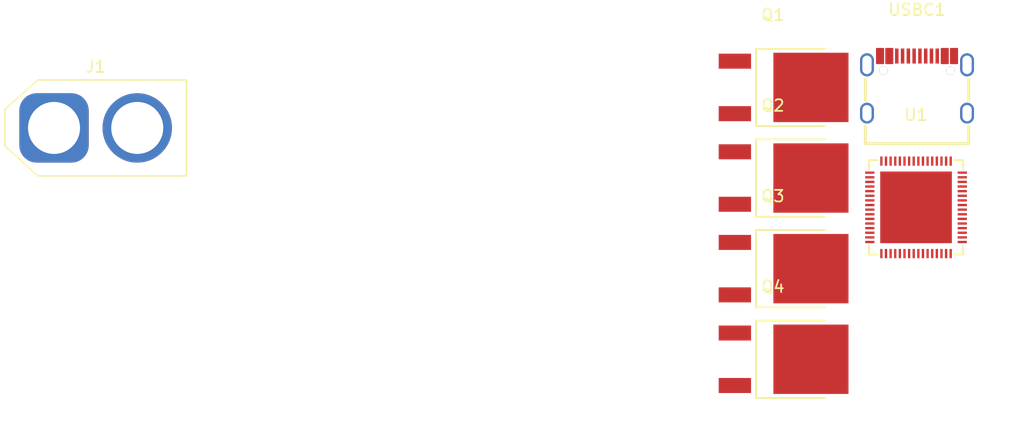
<source format=kicad_pcb>
(kicad_pcb (version 20241229) (generator "pcbnew") (generator_version "9.0")
  (layers (0 "F.Cu" signal) (2 "B.Cu" signal) (13 "F.Paste" user) (15 "B.Paste" user) (5 "F.SilkS" user "F.Silkscreen") (7 "B.SilkS" user "B.Silkscreen") (1 "F.Mask" user) (3 "B.Mask" user) (25 "Edge.Cuts" user))
  (net 0 "")
  (net 1 "BATT_-")
  (net 2 "BATT_+")
  (footprint "EasyEDA:TO-252-2_L6.6-W6.1-P4.57-LS9.9-TL-CW" (layer "F.Cu") (at 243.935 136.625)
    (property "Reference" "Q2" (at 0 -6.27 0) (layer "F.SilkS"))
    (property "Value" "NCE3080K")
    (fp_line (start -1.46 -3.34) (end -1.46 3.35) (stroke (width 0.15)) (layer "F.SilkS"))
    (fp_line (start 4.51 -3.34) (end -1.46 -3.34) (stroke (width 0.15)) (layer "F.SilkS"))
    (fp_line (start 4.51 3.35) (end -1.46 3.35) (stroke (width 0.15)) (layer "F.SilkS"))
    (pad "1" smd rect (at -3.29 -2.27) (size 2.8 1.3) (layers "F.Cu" "F.Mask" "F.Paste"))
    (pad "2" smd rect (at 3.29 0) (size 6.5 6) (layers "F.Cu" "F.Mask" "F.Paste"))
    (pad "3" smd rect (at -3.29 2.27) (size 2.8 1.3) (layers "F.Cu" "F.Mask" "F.Paste"))
  )
  (footprint "EasyEDA:USB-C_SMD-TYPE-C-31-M-12_1" (layer "F.Cu") (at 256.405 128.54)
    (property "Reference" "USBC1" (at 0 -6.47 0) (layer "F.SilkS"))
    (property "Value" "TYPE-C-31-M-12")
    (fp_line (start -4.47 1.38) (end -4.47 -0.48) (stroke (width 0.25)) (layer "F.SilkS"))
    (fp_line (start -4.47 5.1) (end -4.47 3.62) (stroke (width 0.25)) (layer "F.SilkS"))
    (fp_line (start 4.47 1.38) (end 4.47 -0.48) (stroke (width 0.25)) (layer "F.SilkS"))
    (fp_line (start 4.47 5.1) (end -4.47 5.1) (stroke (width 0.25)) (layer "F.SilkS"))
    (fp_line (start 4.47 5.1) (end 4.47 3.62) (stroke (width 0.25)) (layer "F.SilkS"))
    (pad "" thru_hole circle (at -2.9 -1.21) (size 0.75 0.75) (drill 0.75) (layers "*.Cu" "*.Mask"))
    (pad "" thru_hole circle (at 2.9 -1.21) (size 0.75 0.75) (drill 0.75) (layers "*.Cu" "*.Mask"))
    (pad "1" thru_hole oval (at 4.33 -1.71) (size 1.2 2) (drill oval 0.799998 1.599971) (layers "*.Cu" "*.Mask"))
    (pad "2" thru_hole oval (at 4.33 2.47) (size 1.2 1.8) (drill oval 0.799998 1.399997) (layers "*.Cu" "*.Mask"))
    (pad "3" thru_hole oval (at -4.33 2.47) (size 1.2 1.8) (drill oval 0.799998 1.399997) (layers "*.Cu" "*.Mask"))
    (pad "4" thru_hole oval (at -4.33 -1.71) (size 1.2 2) (drill oval 0.799998 1.600022) (layers "*.Cu" "*.Mask"))
    (pad "A1B12" smd custom (at -3.2 -2.47) (size 0.01 0.01) (layers "F.Cu" "F.Mask" "F.Paste") (options (clearance outline) (anchor circle)) (primitives (gr_poly (pts (xy 0.3 0.65) (xy 0.3 -0.65) (xy 0 -0.65) (xy -0.3 -0.65) (xy -0.3 0.65) (xy 0 0.65) (xy 0.3 0.65)) (width 0.1) (fill yes))))
    (pad "A4B9" smd custom (at -2.4 -2.47) (size 0.01 0.01) (layers "F.Cu" "F.Mask" "F.Paste") (options (clearance outline) (anchor circle)) (primitives (gr_poly (pts (xy 0.3 0.65) (xy 0.3 -0.65) (xy 0 -0.65) (xy -0.3 -0.65) (xy -0.3 0.65) (xy 0 0.65) (xy 0.3 0.65)) (width 0.1) (fill yes))))
    (pad "A5" smd rect (at -1.25 -2.47) (size 0.3 1.3) (layers "F.Cu" "F.Mask" "F.Paste"))
    (pad "A6" smd rect (at -0.25 -2.47) (size 0.3 1.3) (layers "F.Cu" "F.Mask" "F.Paste"))
    (pad "A7" smd rect (at 0.25 -2.47) (size 0.3 1.3) (layers "F.Cu" "F.Mask" "F.Paste"))
    (pad "A8" smd rect (at 1.25 -2.47) (size 0.3 1.3) (layers "F.Cu" "F.Mask" "F.Paste"))
    (pad "B1A12" smd custom (at 3.2 -2.47) (size 0.01 0.01) (layers "F.Cu" "F.Mask" "F.Paste") (options (clearance outline) (anchor circle)) (primitives (gr_poly (pts (xy -0.3 -0.65) (xy -0.3 0.65) (xy -0.01 0.65) (xy 0 0.65) (xy 0.3 0.65) (xy 0.3 -0.65) (xy 0 -0.65) (xy -0.01 -0.65) (xy -0.3 -0.65)) (width 0.1) (fill yes))))
    (pad "B4A9" smd custom (at 2.4 -2.47) (size 0.01 0.01) (layers "F.Cu" "F.Mask" "F.Paste") (options (clearance outline) (anchor circle)) (primitives (gr_poly (pts (xy 0.3 0.65) (xy 0.3 -0.65) (xy 0 -0.65) (xy -0.3 -0.65) (xy -0.3 0.65) (xy 0 0.65) (xy 0.3 0.65)) (width 0.1) (fill yes))))
    (pad "B5" smd rect (at 1.75 -2.47) (size 0.3 1.3) (layers "F.Cu" "F.Mask" "F.Paste"))
    (pad "B6" smd rect (at 0.75 -2.47) (size 0.3 1.3) (layers "F.Cu" "F.Mask" "F.Paste"))
    (pad "B7" smd rect (at -0.75 -2.47) (size 0.3 1.3) (layers "F.Cu" "F.Mask" "F.Paste"))
    (pad "B8" smd rect (at -1.75 -2.47) (size 0.3 1.3) (layers "F.Cu" "F.Mask" "F.Paste"))
  )
  (footprint "EasyEDA:TO-252-2_L6.6-W6.1-P4.57-LS9.9-TL-CW" (layer "F.Cu") (at 243.935 144.465)
    (property "Reference" "Q3" (at 0 -6.27 0) (layer "F.SilkS"))
    (property "Value" "NCE3080K")
    (fp_line (start -1.46 -3.34) (end -1.46 3.35) (stroke (width 0.15)) (layer "F.SilkS"))
    (fp_line (start 4.51 -3.34) (end -1.46 -3.34) (stroke (width 0.15)) (layer "F.SilkS"))
    (fp_line (start 4.51 3.35) (end -1.46 3.35) (stroke (width 0.15)) (layer "F.SilkS"))
    (pad "1" smd rect (at -3.29 -2.27) (size 2.8 1.3) (layers "F.Cu" "F.Mask" "F.Paste"))
    (pad "2" smd rect (at 3.29 0) (size 6.5 6) (layers "F.Cu" "F.Mask" "F.Paste"))
    (pad "3" smd rect (at -3.29 2.27) (size 2.8 1.3) (layers "F.Cu" "F.Mask" "F.Paste"))
  )
  (footprint "EasyEDA:TO-252-2_L6.6-W6.1-P4.57-LS9.9-TL-CW" (layer "F.Cu") (at 243.935 128.785)
    (property "Reference" "Q1" (at 0 -6.27 0) (layer "F.SilkS"))
    (property "Value" "NCE3080K")
    (fp_line (start -1.46 -3.34) (end -1.46 3.35) (stroke (width 0.15)) (layer "F.SilkS"))
    (fp_line (start 4.51 -3.34) (end -1.46 -3.34) (stroke (width 0.15)) (layer "F.SilkS"))
    (fp_line (start 4.51 3.35) (end -1.46 3.35) (stroke (width 0.15)) (layer "F.SilkS"))
    (pad "1" smd rect (at -3.29 -2.27) (size 2.8 1.3) (layers "F.Cu" "F.Mask" "F.Paste"))
    (pad "2" smd rect (at 3.29 0) (size 6.5 6) (layers "F.Cu" "F.Mask" "F.Paste"))
    (pad "3" smd rect (at -3.29 2.27) (size 2.8 1.3) (layers "F.Cu" "F.Mask" "F.Paste"))
  )
  (footprint "EasyEDA:TO-252-2_L6.6-W6.1-P4.57-LS9.9-TL-CW" (layer "F.Cu") (at 243.935 152.305)
    (property "Reference" "Q4" (at 0 -6.27 0) (layer "F.SilkS"))
    (property "Value" "NCE3080K")
    (fp_line (start -1.46 -3.34) (end -1.46 3.35) (stroke (width 0.15)) (layer "F.SilkS"))
    (fp_line (start 4.51 -3.34) (end -1.46 -3.34) (stroke (width 0.15)) (layer "F.SilkS"))
    (fp_line (start 4.51 3.35) (end -1.46 3.35) (stroke (width 0.15)) (layer "F.SilkS"))
    (pad "1" smd rect (at -3.29 -2.27) (size 2.8 1.3) (layers "F.Cu" "F.Mask" "F.Paste"))
    (pad "2" smd rect (at 3.29 0) (size 6.5 6) (layers "F.Cu" "F.Mask" "F.Paste"))
    (pad "3" smd rect (at -3.29 2.27) (size 2.8 1.3) (layers "F.Cu" "F.Mask" "F.Paste"))
  )
  (footprint "Connector_AMASS:AMASS_XT60-M_1x02_P7.20mm_Vertical" (layer "F.Cu") (at 181.74 132.29)
    (property "Reference" "J1" (at 3.6 -5.3 180) (layer "F.SilkS"))
    (property "Value" "Conn_01x02")
    (fp_line (start -4.25 -1.6) (end -4.25 1.55) (stroke (width 0.12)) (layer "F.SilkS"))
    (fp_line (start -4.25 1.55) (end -1.4 4.15) (stroke (width 0.12)) (layer "F.SilkS"))
    (fp_line (start -1.4 -4.15) (end -4.25 -1.6) (stroke (width 0.12)) (layer "F.SilkS"))
    (fp_line (start -1.4 4.15) (end 11.45 4.15) (stroke (width 0.12)) (layer "F.SilkS"))
    (fp_line (start 11.45 -4.15) (end -1.4 -4.15) (stroke (width 0.12)) (layer "F.SilkS"))
    (fp_line (start 11.45 4.15) (end 11.45 -4.15) (stroke (width 0.12)) (layer "F.SilkS"))
    (pad "1" thru_hole roundrect (at 0 0) (size 6 6) (drill 4.5) (layers "*.Cu" "*.Mask") (net 1 "BATT_-"))
    (pad "2" thru_hole circle (at 7.2 0) (size 6 6) (drill 4.5) (layers "*.Cu" "*.Mask") (net 2 "BATT_+"))
  )
  (footprint "EasyEDA:QFN-64_L8.0-W8.0-P0.40-TL-EP6.2" (layer "F.Cu") (at 256.32 139.16)
    (property "Reference" "U1" (at 0 -8 0) (layer "F.SilkS"))
    (property "Value" "IP5389_CN_AACD_WC4QD")
    (fp_line (start -4.08 -4.08) (end -3.3 -4.08) (stroke (width 0.15)) (layer "F.SilkS"))
    (fp_line (start -4.08 -3.3) (end -4.08 -4.08) (stroke (width 0.15)) (layer "F.SilkS"))
    (fp_line (start -4.08 3.3) (end -4.08 4.08) (stroke (width 0.15)) (layer "F.SilkS"))
    (fp_line (start -4.08 4.08) (end -3.3 4.08) (stroke (width 0.15)) (layer "F.SilkS"))
    (fp_line (start 4.08 -4.08) (end 3.3 -4.08) (stroke (width 0.15)) (layer "F.SilkS"))
    (fp_line (start 4.08 -3.3) (end 4.08 -4.08) (stroke (width 0.15)) (layer "F.SilkS"))
    (fp_line (start 4.08 3.3) (end 4.08 4.08) (stroke (width 0.15)) (layer "F.SilkS"))
    (fp_line (start 4.08 4.08) (end 3.3 4.08) (stroke (width 0.15)) (layer "F.SilkS"))
    (pad "1" smd rect (at -4 -3) (size 0.8 0.2) (layers "F.Cu" "F.Mask" "F.Paste"))
    (pad "2" smd rect (at -4 -2.6) (size 0.8 0.2) (layers "F.Cu" "F.Mask" "F.Paste"))
    (pad "3" smd rect (at -4 -2.2) (size 0.8 0.2) (layers "F.Cu" "F.Mask" "F.Paste"))
    (pad "4" smd rect (at -4 -1.8) (size 0.8 0.2) (layers "F.Cu" "F.Mask" "F.Paste"))
    (pad "5" smd rect (at -4 -1.4) (size 0.8 0.2) (layers "F.Cu" "F.Mask" "F.Paste"))
    (pad "6" smd rect (at -4 -1) (size 0.8 0.2) (layers "F.Cu" "F.Mask" "F.Paste"))
    (pad "7" smd rect (at -4 -0.6) (size 0.8 0.2) (layers "F.Cu" "F.Mask" "F.Paste"))
    (pad "8" smd rect (at -4 -0.2) (size 0.8 0.2) (layers "F.Cu" "F.Mask" "F.Paste"))
    (pad "9" smd rect (at -4 0.2) (size 0.8 0.2) (layers "F.Cu" "F.Mask" "F.Paste"))
    (pad "10" smd rect (at -4 0.6) (size 0.8 0.2) (layers "F.Cu" "F.Mask" "F.Paste"))
    (pad "11" smd rect (at -4 1) (size 0.8 0.2) (layers "F.Cu" "F.Mask" "F.Paste"))
    (pad "12" smd rect (at -4 1.4) (size 0.8 0.2) (layers "F.Cu" "F.Mask" "F.Paste"))
    (pad "13" smd rect (at -4 1.8) (size 0.8 0.2) (layers "F.Cu" "F.Mask" "F.Paste"))
    (pad "14" smd rect (at -4 2.2) (size 0.8 0.2) (layers "F.Cu" "F.Mask" "F.Paste"))
    (pad "15" smd rect (at -4 2.6) (size 0.8 0.2) (layers "F.Cu" "F.Mask" "F.Paste"))
    (pad "16" smd rect (at -4 3) (size 0.8 0.2) (layers "F.Cu" "F.Mask" "F.Paste"))
    (pad "17" smd rect (at -3 4) (size 0.2 0.8) (layers "F.Cu" "F.Mask" "F.Paste"))
    (pad "18" smd rect (at -2.6 4) (size 0.2 0.8) (layers "F.Cu" "F.Mask" "F.Paste"))
    (pad "19" smd rect (at -2.2 4) (size 0.2 0.8) (layers "F.Cu" "F.Mask" "F.Paste"))
    (pad "20" smd rect (at -1.8 4) (size 0.2 0.8) (layers "F.Cu" "F.Mask" "F.Paste"))
    (pad "21" smd rect (at -1.4 4) (size 0.2 0.8) (layers "F.Cu" "F.Mask" "F.Paste"))
    (pad "22" smd rect (at -1 4) (size 0.2 0.8) (layers "F.Cu" "F.Mask" "F.Paste"))
    (pad "23" smd rect (at -0.6 4) (size 0.2 0.8) (layers "F.Cu" "F.Mask" "F.Paste"))
    (pad "24" smd rect (at -0.2 4) (size 0.2 0.8) (layers "F.Cu" "F.Mask" "F.Paste"))
    (pad "25" smd rect (at 0.2 4) (size 0.2 0.8) (layers "F.Cu" "F.Mask" "F.Paste"))
    (pad "26" smd rect (at 0.6 4) (size 0.2 0.8) (layers "F.Cu" "F.Mask" "F.Paste"))
    (pad "27" smd rect (at 1 4) (size 0.2 0.8) (layers "F.Cu" "F.Mask" "F.Paste"))
    (pad "28" smd rect (at 1.4 4) (size 0.2 0.8) (layers "F.Cu" "F.Mask" "F.Paste"))
    (pad "29" smd rect (at 1.8 4) (size 0.2 0.8) (layers "F.Cu" "F.Mask" "F.Paste"))
    (pad "30" smd rect (at 2.2 4) (size 0.2 0.8) (layers "F.Cu" "F.Mask" "F.Paste"))
    (pad "31" smd rect (at 2.6 4) (size 0.2 0.8) (layers "F.Cu" "F.Mask" "F.Paste"))
    (pad "32" smd rect (at 3 4) (size 0.2 0.8) (layers "F.Cu" "F.Mask" "F.Paste"))
    (pad "33" smd rect (at 4 3) (size 0.8 0.2) (layers "F.Cu" "F.Mask" "F.Paste"))
    (pad "34" smd rect (at 4 2.6) (size 0.8 0.2) (layers "F.Cu" "F.Mask" "F.Paste"))
    (pad "35" smd rect (at 4 2.2) (size 0.8 0.2) (layers "F.Cu" "F.Mask" "F.Paste"))
    (pad "36" smd rect (at 4 1.8) (size 0.8 0.2) (layers "F.Cu" "F.Mask" "F.Paste"))
    (pad "37" smd rect (at 4 1.4) (size 0.8 0.2) (layers "F.Cu" "F.Mask" "F.Paste"))
    (pad "38" smd rect (at 4 1) (size 0.8 0.2) (layers "F.Cu" "F.Mask" "F.Paste"))
    (pad "39" smd rect (at 4 0.6) (size 0.8 0.2) (layers "F.Cu" "F.Mask" "F.Paste"))
    (pad "40" smd rect (at 4 0.2) (size 0.8 0.2) (layers "F.Cu" "F.Mask" "F.Paste"))
    (pad "41" smd rect (at 4 -0.2) (size 0.8 0.2) (layers "F.Cu" "F.Mask" "F.Paste"))
    (pad "42" smd rect (at 4 -0.6) (size 0.8 0.2) (layers "F.Cu" "F.Mask" "F.Paste"))
    (pad "43" smd rect (at 4 -1) (size 0.8 0.2) (layers "F.Cu" "F.Mask" "F.Paste"))
    (pad "44" smd rect (at 4 -1.4) (size 0.8 0.2) (layers "F.Cu" "F.Mask" "F.Paste"))
    (pad "45" smd rect (at 4 -1.8) (size 0.8 0.2) (layers "F.Cu" "F.Mask" "F.Paste"))
    (pad "46" smd rect (at 4 -2.2) (size 0.8 0.2) (layers "F.Cu" "F.Mask" "F.Paste"))
    (pad "47" smd rect (at 4 -2.6) (size 0.8 0.2) (layers "F.Cu" "F.Mask" "F.Paste"))
    (pad "48" smd rect (at 4 -3) (size 0.8 0.2) (layers "F.Cu" "F.Mask" "F.Paste"))
    (pad "49" smd rect (at 3 -4) (size 0.2 0.8) (layers "F.Cu" "F.Mask" "F.Paste"))
    (pad "50" smd rect (at 2.6 -4) (size 0.2 0.8) (layers "F.Cu" "F.Mask" "F.Paste"))
    (pad "51" smd rect (at 2.2 -4) (size 0.2 0.8) (layers "F.Cu" "F.Mask" "F.Paste"))
    (pad "52" smd rect (at 1.8 -4) (size 0.2 0.8) (layers "F.Cu" "F.Mask" "F.Paste"))
    (pad "53" smd rect (at 1.4 -4) (size 0.2 0.8) (layers "F.Cu" "F.Mask" "F.Paste"))
    (pad "54" smd rect (at 1 -4) (size 0.2 0.8) (layers "F.Cu" "F.Mask" "F.Paste"))
    (pad "55" smd rect (at 0.6 -4) (size 0.2 0.8) (layers "F.Cu" "F.Mask" "F.Paste"))
    (pad "56" smd rect (at 0.2 -4) (size 0.2 0.8) (layers "F.Cu" "F.Mask" "F.Paste"))
    (pad "57" smd rect (at -0.2 -4) (size 0.2 0.8) (layers "F.Cu" "F.Mask" "F.Paste"))
    (pad "58" smd rect (at -0.6 -4) (size 0.2 0.8) (layers "F.Cu" "F.Mask" "F.Paste"))
    (pad "59" smd rect (at -1 -4) (size 0.2 0.8) (layers "F.Cu" "F.Mask" "F.Paste"))
    (pad "60" smd rect (at -1.4 -4) (size 0.2 0.8) (layers "F.Cu" "F.Mask" "F.Paste"))
    (pad "61" smd rect (at -1.8 -4) (size 0.2 0.8) (layers "F.Cu" "F.Mask" "F.Paste"))
    (pad "62" smd rect (at -2.2 -4) (size 0.2 0.8) (layers "F.Cu" "F.Mask" "F.Paste"))
    (pad "63" smd rect (at -2.6 -4) (size 0.2 0.8) (layers "F.Cu" "F.Mask" "F.Paste"))
    (pad "64" smd rect (at -3 -4) (size 0.2 0.8) (layers "F.Cu" "F.Mask" "F.Paste"))
    (pad "65" smd rect (at 0 0) (size 6.2 6.2) (layers "F.Cu" "F.Mask" "F.Paste"))
  )
)
</source>
